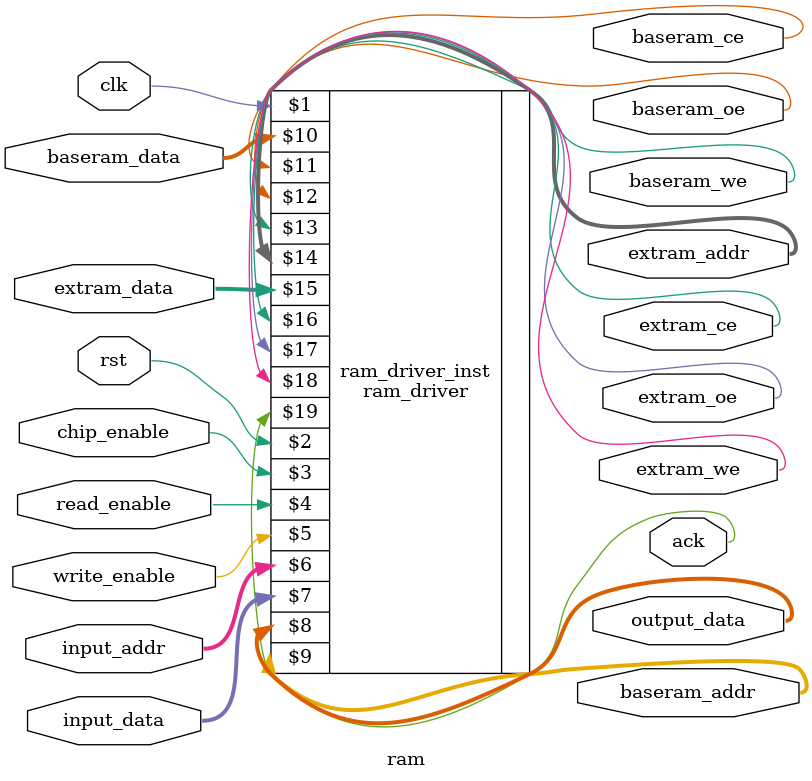
<source format=v>
module ram (
	input clk,    // Clock
	input rst,

	input [20:0] input_addr,
	input [31:0] input_data,

	input chip_enable,
	input read_enable, 
	input write_enable,

	output [31:0] output_data,

	output [19:0] baseram_addr,
	inout [31:0] baseram_data,
	output baseram_ce,
	output baseram_oe,
	output baseram_we,

	output [19:0] extram_addr,
	inout [31:0] extram_data,
	output extram_ce,
	output extram_oe,
	output extram_we, 
	output ack
	);

	ram_driver ram_driver_inst (
		clk, rst, 
		chip_enable, read_enable, write_enable, 
		input_addr, input_data, output_data,
		baseram_addr, baseram_data, 
		baseram_ce, baseram_oe, baseram_we, 
		extram_addr, extram_data, 
		extram_ce, extram_oe, extram_we, ack
	);

endmodule

</source>
